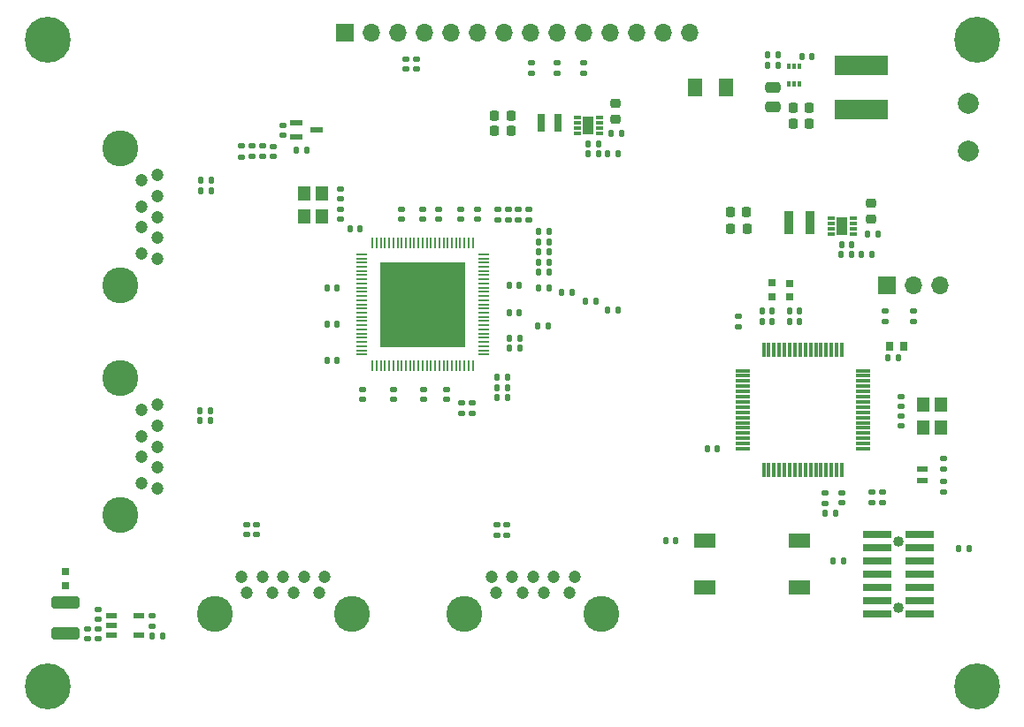
<source format=gts>
%TF.GenerationSoftware,KiCad,Pcbnew,7.0.5*%
%TF.CreationDate,2023-07-29T13:43:45+03:00*%
%TF.ProjectId,cf33_dock,63663333-5f64-46f6-936b-2e6b69636164,rev?*%
%TF.SameCoordinates,Original*%
%TF.FileFunction,Soldermask,Top*%
%TF.FilePolarity,Negative*%
%FSLAX46Y46*%
G04 Gerber Fmt 4.6, Leading zero omitted, Abs format (unit mm)*
G04 Created by KiCad (PCBNEW 7.0.5) date 2023-07-29 13:43:45*
%MOMM*%
%LPD*%
G01*
G04 APERTURE LIST*
G04 Aperture macros list*
%AMRoundRect*
0 Rectangle with rounded corners*
0 $1 Rounding radius*
0 $2 $3 $4 $5 $6 $7 $8 $9 X,Y pos of 4 corners*
0 Add a 4 corners polygon primitive as box body*
4,1,4,$2,$3,$4,$5,$6,$7,$8,$9,$2,$3,0*
0 Add four circle primitives for the rounded corners*
1,1,$1+$1,$2,$3*
1,1,$1+$1,$4,$5*
1,1,$1+$1,$6,$7*
1,1,$1+$1,$8,$9*
0 Add four rect primitives between the rounded corners*
20,1,$1+$1,$2,$3,$4,$5,0*
20,1,$1+$1,$4,$5,$6,$7,0*
20,1,$1+$1,$6,$7,$8,$9,0*
20,1,$1+$1,$8,$9,$2,$3,0*%
G04 Aperture macros list end*
%ADD10R,0.700000X0.300000*%
%ADD11R,1.000000X1.800000*%
%ADD12R,1.050000X0.200000*%
%ADD13R,0.200000X1.050000*%
%ADD14R,8.100000X8.100000*%
%ADD15R,1.700000X1.700000*%
%ADD16O,1.700000X1.700000*%
%ADD17C,1.200000*%
%ADD18C,3.450000*%
%ADD19R,1.475000X0.300000*%
%ADD20R,0.300000X1.475000*%
%ADD21RoundRect,0.135000X0.185000X-0.135000X0.185000X0.135000X-0.185000X0.135000X-0.185000X-0.135000X0*%
%ADD22C,2.000000*%
%ADD23RoundRect,0.140000X0.170000X-0.140000X0.170000X0.140000X-0.170000X0.140000X-0.170000X-0.140000X0*%
%ADD24R,1.200000X1.400000*%
%ADD25RoundRect,0.140000X0.140000X0.170000X-0.140000X0.170000X-0.140000X-0.170000X0.140000X-0.170000X0*%
%ADD26RoundRect,0.140000X-0.170000X0.140000X-0.170000X-0.140000X0.170000X-0.140000X0.170000X0.140000X0*%
%ADD27RoundRect,0.140000X-0.140000X-0.170000X0.140000X-0.170000X0.140000X0.170000X-0.140000X0.170000X0*%
%ADD28RoundRect,0.135000X-0.135000X-0.185000X0.135000X-0.185000X0.135000X0.185000X-0.135000X0.185000X0*%
%ADD29RoundRect,0.135000X-0.185000X0.135000X-0.185000X-0.135000X0.185000X-0.135000X0.185000X0.135000X0*%
%ADD30RoundRect,0.135000X0.135000X0.185000X-0.135000X0.185000X-0.135000X-0.185000X0.135000X-0.185000X0*%
%ADD31R,0.800000X1.800000*%
%ADD32R,0.850000X2.200000*%
%ADD33R,0.700000X0.650000*%
%ADD34C,2.600000*%
%ADD35C,4.400000*%
%ADD36RoundRect,0.225000X-0.225000X-0.250000X0.225000X-0.250000X0.225000X0.250000X-0.225000X0.250000X0*%
%ADD37R,0.750000X0.940000*%
%ADD38RoundRect,0.250000X-1.100000X0.325000X-1.100000X-0.325000X1.100000X-0.325000X1.100000X0.325000X0*%
%ADD39R,2.100000X1.400000*%
%ADD40R,1.000000X0.500000*%
%ADD41C,1.020000*%
%ADD42R,2.790000X0.740000*%
%ADD43RoundRect,0.225000X-0.250000X0.225000X-0.250000X-0.225000X0.250000X-0.225000X0.250000X0.225000X0*%
%ADD44R,1.050000X0.550000*%
%ADD45R,1.150000X0.500000*%
%ADD46R,1.450000X1.800000*%
%ADD47R,5.100000X1.900000*%
%ADD48R,0.300000X0.492000*%
%ADD49RoundRect,0.250000X0.475000X-0.250000X0.475000X0.250000X-0.475000X0.250000X-0.475000X-0.250000X0*%
G04 APERTURE END LIST*
D10*
X272055770Y-162331574D03*
X272055770Y-161831574D03*
X272055770Y-161331574D03*
X272055770Y-160831574D03*
X269955770Y-160831574D03*
X269955770Y-161331574D03*
X269955770Y-161831574D03*
X269955770Y-162331574D03*
D11*
X271005770Y-161581574D03*
D12*
X249276320Y-173955254D03*
X249276320Y-174355254D03*
X249276320Y-174755254D03*
X249276320Y-175155254D03*
X249276320Y-175555254D03*
X249276320Y-175955254D03*
X249276320Y-176355254D03*
X249276320Y-176755254D03*
X249276320Y-177155254D03*
X249276320Y-177555254D03*
X249276320Y-177955254D03*
X249276320Y-178355254D03*
X249276320Y-178755254D03*
X249276320Y-179155254D03*
X249276320Y-179555254D03*
X249276320Y-179955254D03*
X249276320Y-180355254D03*
X249276320Y-180755254D03*
X249276320Y-181155254D03*
X249276320Y-181555254D03*
X249276320Y-181955254D03*
X249276320Y-182355254D03*
X249276320Y-182755254D03*
X249276320Y-183155254D03*
X249276320Y-183555254D03*
D13*
X250326320Y-184605254D03*
X250726320Y-184605254D03*
X251126320Y-184605254D03*
X251526320Y-184605254D03*
X251926320Y-184605254D03*
X252326320Y-184605254D03*
X252726320Y-184605254D03*
X253126320Y-184605254D03*
X253526320Y-184605254D03*
X253926320Y-184605254D03*
X254326320Y-184605254D03*
X254726320Y-184605254D03*
X255126320Y-184605254D03*
X255526320Y-184605254D03*
X255926320Y-184605254D03*
X256326320Y-184605254D03*
X256726320Y-184605254D03*
X257126320Y-184605254D03*
X257526320Y-184605254D03*
X257926320Y-184605254D03*
X258326320Y-184605254D03*
X258726320Y-184605254D03*
X259126320Y-184605254D03*
X259526320Y-184605254D03*
X259926320Y-184605254D03*
D12*
X260976320Y-183555254D03*
X260976320Y-183155254D03*
X260976320Y-182755254D03*
X260976320Y-182355254D03*
X260976320Y-181955254D03*
X260976320Y-181555254D03*
X260976320Y-181155254D03*
X260976320Y-180755254D03*
X260976320Y-180355254D03*
X260976320Y-179955254D03*
X260976320Y-179555254D03*
X260976320Y-179155254D03*
X260976320Y-178755254D03*
X260976320Y-178355254D03*
X260976320Y-177955254D03*
X260976320Y-177555254D03*
X260976320Y-177155254D03*
X260976320Y-176755254D03*
X260976320Y-176355254D03*
X260976320Y-175955254D03*
X260976320Y-175555254D03*
X260976320Y-175155254D03*
X260976320Y-174755254D03*
X260976320Y-174355254D03*
X260976320Y-173955254D03*
D13*
X259926320Y-172905254D03*
X259526320Y-172905254D03*
X259126320Y-172905254D03*
X258726320Y-172905254D03*
X258326320Y-172905254D03*
X257926320Y-172905254D03*
X257526320Y-172905254D03*
X257126320Y-172905254D03*
X256726320Y-172905254D03*
X256326320Y-172905254D03*
X255926320Y-172905254D03*
X255526320Y-172905254D03*
X255126320Y-172905254D03*
X254726320Y-172905254D03*
X254326320Y-172905254D03*
X253926320Y-172905254D03*
X253526320Y-172905254D03*
X253126320Y-172905254D03*
X252726320Y-172905254D03*
X252326320Y-172905254D03*
X251926320Y-172905254D03*
X251526320Y-172905254D03*
X251126320Y-172905254D03*
X250726320Y-172905254D03*
X250326320Y-172905254D03*
D14*
X255126320Y-178755254D03*
D15*
X299578934Y-176964738D03*
D16*
X302118934Y-176964738D03*
X304658934Y-176964738D03*
D17*
X228198934Y-166874738D03*
X228198934Y-169374738D03*
X228198934Y-171374738D03*
X228198934Y-173874738D03*
X229698934Y-174374738D03*
X229698934Y-172374738D03*
X229698934Y-170374738D03*
X229698934Y-168374738D03*
X229698934Y-166374738D03*
D18*
X226198934Y-163804738D03*
X226198934Y-176944738D03*
D19*
X297261934Y-192604738D03*
X297261934Y-192104738D03*
X297261934Y-191604738D03*
X297261934Y-191104738D03*
X297261934Y-190604738D03*
X297261934Y-190104738D03*
X297261934Y-189604738D03*
X297261934Y-189104738D03*
X297261934Y-188604738D03*
X297261934Y-188104738D03*
X297261934Y-187604738D03*
X297261934Y-187104738D03*
X297261934Y-186604738D03*
X297261934Y-186104738D03*
X297261934Y-185604738D03*
X297261934Y-185104738D03*
D20*
X295273934Y-183116738D03*
X294773934Y-183116738D03*
X294273934Y-183116738D03*
X293773934Y-183116738D03*
X293273934Y-183116738D03*
X292773934Y-183116738D03*
X292273934Y-183116738D03*
X291773934Y-183116738D03*
X291273934Y-183116738D03*
X290773934Y-183116738D03*
X290273934Y-183116738D03*
X289773934Y-183116738D03*
X289273934Y-183116738D03*
X288773934Y-183116738D03*
X288273934Y-183116738D03*
X287773934Y-183116738D03*
D19*
X285785934Y-185104738D03*
X285785934Y-185604738D03*
X285785934Y-186104738D03*
X285785934Y-186604738D03*
X285785934Y-187104738D03*
X285785934Y-187604738D03*
X285785934Y-188104738D03*
X285785934Y-188604738D03*
X285785934Y-189104738D03*
X285785934Y-189604738D03*
X285785934Y-190104738D03*
X285785934Y-190604738D03*
X285785934Y-191104738D03*
X285785934Y-191604738D03*
X285785934Y-192104738D03*
X285785934Y-192604738D03*
D20*
X287773934Y-194592738D03*
X288273934Y-194592738D03*
X288773934Y-194592738D03*
X289273934Y-194592738D03*
X289773934Y-194592738D03*
X290273934Y-194592738D03*
X290773934Y-194592738D03*
X291273934Y-194592738D03*
X291773934Y-194592738D03*
X292273934Y-194592738D03*
X292773934Y-194592738D03*
X293273934Y-194592738D03*
X293773934Y-194592738D03*
X294273934Y-194592738D03*
X294773934Y-194592738D03*
X295273934Y-194592738D03*
D21*
X238808934Y-164604738D03*
X238808934Y-163584738D03*
D22*
X307348934Y-164104738D03*
X307398934Y-159454738D03*
D23*
X247221286Y-170577632D03*
X247221286Y-169617632D03*
D24*
X243775770Y-168156574D03*
X243775770Y-170356574D03*
X245475770Y-170356574D03*
X245475770Y-168156574D03*
D25*
X246935254Y-177179992D03*
X245975254Y-177179992D03*
D26*
X249398934Y-186894738D03*
X249398934Y-187854738D03*
X257448934Y-186894738D03*
X257448934Y-187854738D03*
X252323934Y-186899738D03*
X252323934Y-187859738D03*
D27*
X263448934Y-182954738D03*
X264408934Y-182954738D03*
D25*
X246948934Y-184114738D03*
X245988934Y-184114738D03*
D27*
X263438934Y-179564738D03*
X264398934Y-179564738D03*
D26*
X255188934Y-186899738D03*
X255188934Y-187859738D03*
D27*
X263448934Y-181974738D03*
X264408934Y-181974738D03*
D23*
X258738934Y-170614738D03*
X258738934Y-169654738D03*
X260348934Y-170614738D03*
X260348934Y-169654738D03*
X255173934Y-170609738D03*
X255173934Y-169649738D03*
X256648934Y-170609738D03*
X256648934Y-169649738D03*
D25*
X246935254Y-180689992D03*
X245975254Y-180689992D03*
D23*
X240798934Y-164574738D03*
X240798934Y-163614738D03*
X241718934Y-162544738D03*
X241718934Y-161584738D03*
D28*
X294438934Y-203314738D03*
X295458934Y-203314738D03*
D29*
X239808934Y-163584738D03*
X239808934Y-164604738D03*
D30*
X271708934Y-178494738D03*
X270688934Y-178494738D03*
X269458934Y-177604738D03*
X268438934Y-177604738D03*
D31*
X268113934Y-161329738D03*
X266513934Y-161329738D03*
D32*
X292198934Y-170929738D03*
X290148934Y-170929738D03*
D27*
X263428934Y-176954738D03*
X264388934Y-176954738D03*
D23*
X253125770Y-170611574D03*
X253125770Y-169651574D03*
D25*
X249130770Y-171481574D03*
X248170770Y-171481574D03*
D30*
X244028934Y-163954738D03*
X243008934Y-163954738D03*
D21*
X259878934Y-189184738D03*
X259878934Y-188164738D03*
D25*
X234858934Y-167864738D03*
X233898934Y-167864738D03*
D21*
X298178934Y-197764738D03*
X298178934Y-196744738D03*
D26*
X238278934Y-199854738D03*
X238278934Y-200814738D03*
D23*
X300918934Y-188544738D03*
X300918934Y-187584738D03*
D33*
X220918934Y-205679738D03*
X220918934Y-204329738D03*
D34*
X308198934Y-153404738D03*
D35*
X308198934Y-153404738D03*
D33*
X290248934Y-178074738D03*
X290248934Y-176724738D03*
D36*
X284623934Y-171554738D03*
X286173934Y-171554738D03*
D37*
X301198934Y-182764738D03*
X299798934Y-182764738D03*
D30*
X294658934Y-198754738D03*
X293638934Y-198754738D03*
D28*
X295218934Y-173984738D03*
X296238934Y-173984738D03*
D30*
X263288934Y-187714738D03*
X262268934Y-187714738D03*
D29*
X237818934Y-163594738D03*
X237818934Y-164614738D03*
D23*
X247221286Y-168672632D03*
X247221286Y-167712632D03*
X285388934Y-180874738D03*
X285388934Y-179914738D03*
D25*
X283328934Y-192604738D03*
X282368934Y-192604738D03*
D21*
X268008934Y-156584738D03*
X268008934Y-155564738D03*
D17*
X228198934Y-188894738D03*
X228198934Y-191394738D03*
X228198934Y-193394738D03*
X228198934Y-195894738D03*
X229698934Y-196394738D03*
X229698934Y-194394738D03*
X229698934Y-192394738D03*
X229698934Y-190394738D03*
X229698934Y-188394738D03*
D18*
X226198934Y-185824738D03*
X226198934Y-198964738D03*
D27*
X290228934Y-180364738D03*
X291188934Y-180364738D03*
D21*
X302138934Y-180434738D03*
X302138934Y-179414738D03*
D38*
X220948934Y-207349738D03*
X220948934Y-210299738D03*
D25*
X288618934Y-180369738D03*
X287658934Y-180369738D03*
D21*
X304988934Y-196714738D03*
X304988934Y-195694738D03*
D36*
X262023934Y-162154738D03*
X263573934Y-162154738D03*
D39*
X282108934Y-201394738D03*
X282108934Y-205894738D03*
X291208934Y-201394738D03*
X291208934Y-205894738D03*
D26*
X253548934Y-155249738D03*
X253548934Y-156209738D03*
D40*
X302958934Y-194544738D03*
X302958934Y-195644738D03*
D41*
X300698934Y-207829738D03*
X300698934Y-201479738D03*
D42*
X302733934Y-208464738D03*
X298663934Y-208464738D03*
X302733934Y-207194738D03*
X298663934Y-207194738D03*
X302733934Y-205924738D03*
X298663934Y-205924738D03*
X302733934Y-204654738D03*
X298663934Y-204654738D03*
X302733934Y-203384738D03*
X298663934Y-203384738D03*
X302733934Y-202114738D03*
X298663934Y-202114738D03*
X302733934Y-200844738D03*
X298663934Y-200844738D03*
D43*
X298048934Y-169029738D03*
X298048934Y-170579738D03*
D28*
X297138934Y-173974738D03*
X298158934Y-173974738D03*
D36*
X290573934Y-161454738D03*
X292123934Y-161454738D03*
D28*
X266213934Y-173729738D03*
X267233934Y-173729738D03*
D15*
X247698934Y-152704738D03*
D16*
X250238934Y-152704738D03*
X252778934Y-152704738D03*
X255318934Y-152704738D03*
X257858934Y-152704738D03*
X260398934Y-152704738D03*
X262938934Y-152704738D03*
X265478934Y-152704738D03*
X268018934Y-152704738D03*
X270558934Y-152704738D03*
X273098934Y-152704738D03*
X275638934Y-152704738D03*
X278178934Y-152704738D03*
X280718934Y-152704738D03*
D23*
X224038934Y-208954738D03*
X224038934Y-207994738D03*
D27*
X295248934Y-173004738D03*
X296208934Y-173004738D03*
D25*
X279353934Y-201404738D03*
X278393934Y-201404738D03*
D27*
X287658934Y-179399738D03*
X288618934Y-179399738D03*
X299698934Y-183914738D03*
X300658934Y-183914738D03*
D21*
X293698934Y-197814738D03*
X293698934Y-196794738D03*
D26*
X224048934Y-209864738D03*
X224048934Y-210824738D03*
D30*
X267233934Y-172754738D03*
X266213934Y-172754738D03*
D34*
X308198934Y-215404738D03*
D35*
X308198934Y-215404738D03*
D36*
X284598934Y-169904738D03*
X286148934Y-169904738D03*
D21*
X258898934Y-189184738D03*
X258898934Y-188164738D03*
D29*
X264298934Y-169634738D03*
X264298934Y-170654738D03*
D30*
X267233934Y-174704738D03*
X266213934Y-174704738D03*
D21*
X299448934Y-180424738D03*
X299448934Y-179404738D03*
D30*
X263288934Y-186714738D03*
X262268934Y-186714738D03*
D36*
X290573934Y-159904738D03*
X292123934Y-159904738D03*
D44*
X225338934Y-208574738D03*
X225338934Y-209524738D03*
X225338934Y-210474738D03*
X227938934Y-210474738D03*
X227938934Y-208574738D03*
D29*
X265288934Y-169634738D03*
X265288934Y-170654738D03*
D30*
X289183934Y-155829738D03*
X288163934Y-155829738D03*
D26*
X262208934Y-199914738D03*
X262208934Y-200874738D03*
D29*
X305008934Y-193514738D03*
X305008934Y-194534738D03*
X229238934Y-208574738D03*
X229238934Y-209594738D03*
D25*
X291198934Y-179399738D03*
X290238934Y-179399738D03*
D30*
X307468934Y-202134738D03*
X306448934Y-202134738D03*
D45*
X243058934Y-161384738D03*
X243058934Y-162684738D03*
X244958934Y-162034738D03*
D46*
X281223934Y-157954738D03*
X284173934Y-157954738D03*
D27*
X291443934Y-155029738D03*
X292403934Y-155029738D03*
D26*
X295298934Y-196824738D03*
X295298934Y-197784738D03*
D47*
X297098934Y-155854738D03*
X297098934Y-160054738D03*
D30*
X267218934Y-175679738D03*
X266198934Y-175679738D03*
X263288934Y-185714738D03*
X262268934Y-185714738D03*
D17*
X262198934Y-206404738D03*
X264698934Y-206404738D03*
X266698934Y-206404738D03*
X269198934Y-206404738D03*
X269698934Y-204904738D03*
X267698934Y-204904738D03*
X265698934Y-204904738D03*
X263698934Y-204904738D03*
X261698934Y-204904738D03*
D18*
X259128934Y-208404738D03*
X272268934Y-208404738D03*
D28*
X273128934Y-162394738D03*
X274148934Y-162394738D03*
D29*
X265508934Y-155584738D03*
X265508934Y-156604738D03*
D30*
X289183934Y-154829738D03*
X288163934Y-154829738D03*
X267233934Y-171779738D03*
X266213934Y-171779738D03*
D43*
X273628934Y-159449738D03*
X273628934Y-160999738D03*
D21*
X270568934Y-156574738D03*
X270568934Y-155554738D03*
D34*
X219198934Y-215404738D03*
D35*
X219198934Y-215404738D03*
D48*
X290198934Y-157613738D03*
X290698934Y-157613738D03*
X291198934Y-157613738D03*
X291198934Y-155945738D03*
X290698934Y-155945738D03*
X290198934Y-155945738D03*
D26*
X254548934Y-155249738D03*
X254548934Y-156209738D03*
D36*
X262023934Y-160634738D03*
X263573934Y-160634738D03*
D29*
X262348934Y-169634738D03*
X262348934Y-170654738D03*
D28*
X297713934Y-172054738D03*
X298733934Y-172054738D03*
D26*
X263188934Y-199914738D03*
X263188934Y-200874738D03*
D17*
X238268934Y-206404738D03*
X240768934Y-206404738D03*
X242768934Y-206404738D03*
X245268934Y-206404738D03*
X245768934Y-204904738D03*
X243768934Y-204904738D03*
X241768934Y-204904738D03*
X239768934Y-204904738D03*
X237768934Y-204904738D03*
D18*
X235198934Y-208404738D03*
X248338934Y-208404738D03*
D30*
X267208934Y-177184738D03*
X266188934Y-177184738D03*
D27*
X270988934Y-163374738D03*
X271948934Y-163374738D03*
D25*
X234798934Y-189874738D03*
X233838934Y-189874738D03*
D29*
X263328934Y-169634738D03*
X263328934Y-170654738D03*
D30*
X267188934Y-180784738D03*
X266168934Y-180784738D03*
D25*
X234858934Y-166894738D03*
X233898934Y-166894738D03*
D28*
X229188934Y-210524738D03*
X230208934Y-210524738D03*
D26*
X223068934Y-209854738D03*
X223068934Y-210814738D03*
D30*
X271968934Y-164354738D03*
X270948934Y-164354738D03*
D24*
X303018934Y-188324738D03*
X303018934Y-190524738D03*
X304718934Y-190524738D03*
X304718934Y-188324738D03*
D26*
X239258934Y-199854738D03*
X239258934Y-200814738D03*
D49*
X288648934Y-159854738D03*
X288648934Y-157954738D03*
D30*
X273848934Y-179334738D03*
X272828934Y-179334738D03*
D33*
X288608934Y-178059738D03*
X288608934Y-176709738D03*
D34*
X219198934Y-153404738D03*
D35*
X219198934Y-153404738D03*
D28*
X272858934Y-164354738D03*
X273878934Y-164354738D03*
D23*
X299148934Y-197734738D03*
X299148934Y-196774738D03*
D26*
X300918934Y-189444738D03*
X300918934Y-190404738D03*
D10*
X296353934Y-171981238D03*
X296353934Y-171481238D03*
X296353934Y-170981238D03*
X296353934Y-170481238D03*
X294253934Y-170481238D03*
X294253934Y-170981238D03*
X294253934Y-171481238D03*
X294253934Y-171981238D03*
D11*
X295303934Y-171231238D03*
D25*
X234798934Y-188914738D03*
X233838934Y-188914738D03*
M02*

</source>
